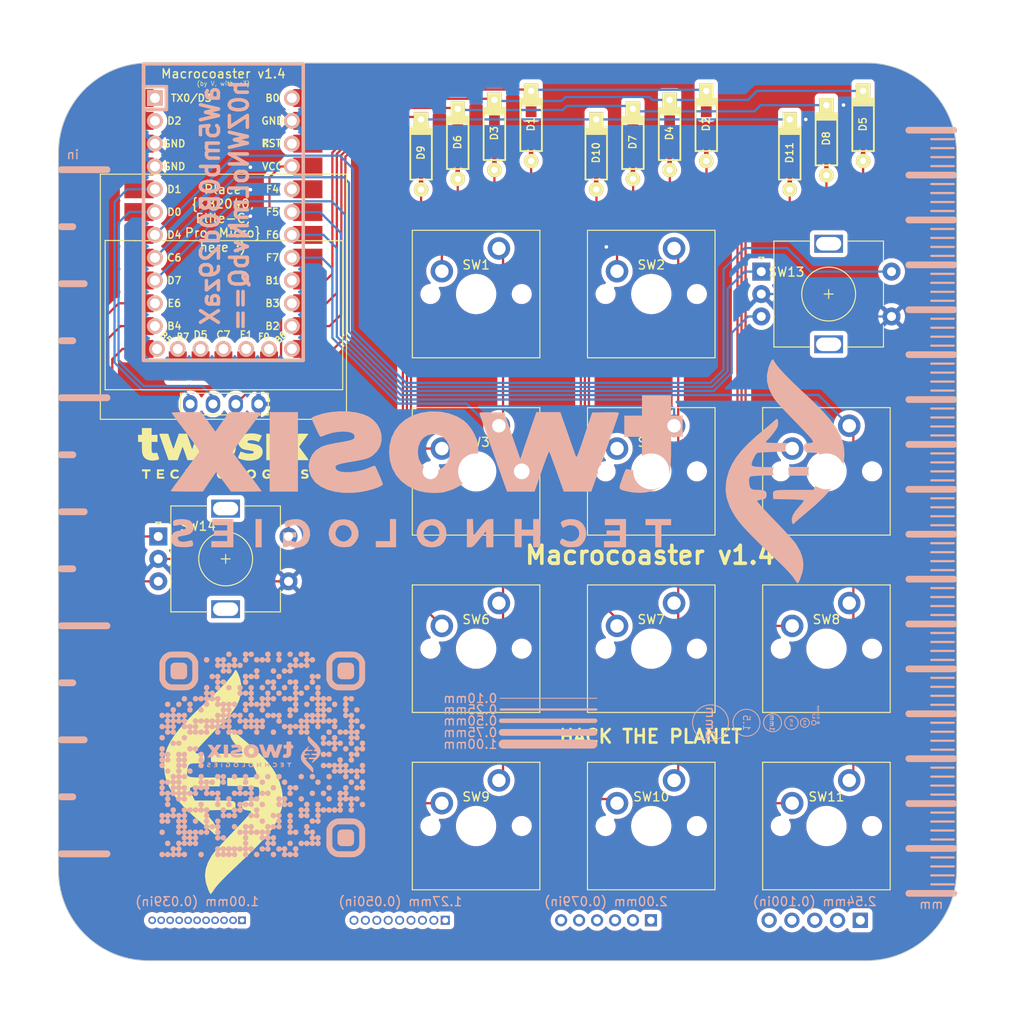
<source format=kicad_pcb>
(kicad_pcb (version 20240108) (generator "pcbnew") (generator_version "8.0")
  (layers (0 "F.Cu" signal) (31 "B.Cu" signal) (34 "B.Paste" user) (35 "F.Paste" user) (36 "B.SilkS" user "B.Silkscreen") (37 "F.SilkS" user "F.Silkscreen") (38 "B.Mask" user) (39 "F.Mask" user) (44 "Edge.Cuts" user))
  (net 0 "")
  (net 3 "Net-(D7-A)")
  (net 4 "Net-(D8-A)")
  (net 5 "Row 2")
  (net 6 "Rot 0")
  (net 7 "Rot 1")
  (net 15 "Net-(D1-A)")
  (net 16 "Row 0")
  (net 17 "Net-(D2-A)")
  (net 18 "Net-(D3-A)")
  (net 19 "Net-(D4-A)")
  (net 20 "Row 1")
  (net 21 "Net-(D5-A)")
  (net 22 "Net-(D6-A)")
  (net 23 "Col 0")
  (net 24 "Col 1")
  (net 25 "Col 2")
  (net 26 "GND")
  (net 27 "VCC")
  (net 28 "Net-(D10-A)")
  (net 29 "Net-(D11-A)")
  (net 30 "Rot But 0")
  (net 31 "Rot 2")
  (net 32 "Rot 3")
  (net 33 "Rot But 1")
  (net 35 "Row 3")
  (net 36 "SDA")
  (net 37 "SCL")
  (net 38 "Net-(D9-A)")
  (footprint "keyboard_parts.pretty-master:D_SOD123_axial" (layer "F.Cu") (at 136 50.6125 -90)
    (property "Reference" "D8")
    (property "Value" "D" (hide yes))
  )
  (footprint "keyboard_parts.pretty-master:D_SOD123_axial" (layer "F.Cu") (at 122.625 49.025 -90)
    (property "Reference" "D2")
    (property "Value" "D" (hide yes))
  )
  (footprint "ScottoKeebs_MX:MX_PCB_1.00u" (layer "F.Cu") (at 136 127)
    (property "Reference" "SW11")
    (property "Value" "Switch")
  )
  (footprint "keyboard_parts.pretty-master:D_SOD123_axial" (layer "F.Cu") (at 131.916667 52.2 -90)
    (property "Reference" "D11")
    (property "Value" "D" (hide yes))
  )
  (footprint "Keebio-Parts:Elite-C-castellated-29pin-holes" (layer "F.Cu") (at 68.87 59.89 -90)
    (property "Reference" "U1" (hide yes))
    (property "Value" "Elite-C" (hide yes))
  )
  (footprint "ScottoKeebs_MX:MX_PCB_1.00u" (layer "F.Cu") (at 116.5 87.5)
    (property "Reference" "SW4")
    (property "Value" "Switch")
  )
  (footprint "Keebio-Parts:RotaryEncoder_Alps_EC11E-Switch_Vertical_H20mm" (layer "F.Cu") (at 136.25 67.75)
    (property "Reference" "SW13")
    (property "Value" "RotaryEncoder_Switch")
  )
  (footprint "ScottoKeebs_MX:MX_PCB_1.00u" (layer "F.Cu") (at 136 87.5)
    (property "Reference" "SW5")
    (property "Value" "Switch")
  )
  (footprint "keyboard_parts.pretty-master:D_SOD123_axial" (layer "F.Cu") (at 103.125 49.025 -90)
    (property "Reference" "D1")
    (property "Value" "D" (hide yes))
  )
  (footprint "ScottoKeebs_MX:MX_PCB_1.00u" (layer "F.Cu") (at 136 107.25)
    (property "Reference" "SW8")
    (property "Value" "Switch")
  )
  (footprint "ScottoKeebs_MX:MX_PCB_1.00u" (layer "F.Cu") (at 116.5 67.75)
    (property "Reference" "SW2")
    (property "Value" "Switch")
  )
  (footprint "keyboard_parts.pretty-master:D_SOD123_axial" (layer "F.Cu") (at 114.458333 51.025 -90)
    (property "Reference" "D7")
    (property "Value" "D" (hide yes))
  )
  (footprint "ScottoKeebs_MX:MX_PCB_1.00u" (layer "F.Cu") (at 116.5 127)
    (property "Reference" "SW10")
    (property "Value" "Switch")
  )
  (footprint "ScottoKeebs_MX:MX_PCB_1.00u" (layer "F.Cu") (at 97 127)
    (property "Reference" "SW9")
    (property "Value" "Switch")
  )
  (footprint "keyboard_parts.pretty-master:D_SOD123_axial" (layer "F.Cu") (at 118.541666 50.025 -90)
    (property "Reference" "D4")
    (property "Value" "D" (hide yes))
  )
  (footprint "Keebio-Parts:RotaryEncoder_Alps_EC11E-Switch_Vertical_H20mm" (layer "F.Cu") (at 69.12 97.25)
    (property "Reference" "SW14")
    (property "Value" "RotaryEncoder_Switch")
  )
  (footprint "ScottoKeebs_MX:MX_PCB_1.00u" (layer "F.Cu") (at 116.5 107.25)
    (property "Reference" "SW7")
    (property "Value" "Switch")
  )
  (footprint "SSD1306:128x64OLED" (layer "F.Cu") (at 69.17 69.4 180)
    (property "Reference" "Brd1" (hide yes))
    (property "Value" "SSD1306")
  )
  (footprint "keyboard_parts.pretty-master:D_SOD123_axial" (layer "F.Cu") (at 140.083334 49.025 -90)
    (property "Reference" "D5")
    (property "Value" "D" (hide yes))
  )
  (footprint "keyboard_parts.pretty-master:D_SOD123_axial" (layer "F.Cu") (at 99.041666 50.025 -90)
    (property "Reference" "D3")
    (property "Value" "D" (hide yes))
  )
  (footprint "tst_logos_silkscreen:LOGO_pic_4x" (layer "F.Cu") (at 68.999906 121.319911)
    (property "Reference" "G***" (hide yes))
    (property "Value" "LOGO" (hide yes))
  )
  (footprint "keyboard_parts.pretty-master:D_SOD123_axial" (layer "F.Cu") (at 94.958333 51.025 -90)
    (property "Reference" "D6")
    (property "Value" "D" (hide yes))
  )
  (footprint "ScottoKeebs_MX:MX_PCB_1.00u" (layer "F.Cu") (at 97 107.25)
    (property "Reference" "SW6")
    (property "Value" "Switch")
  )
  (footprint "ScottoKeebs_MX:MX_PCB_1.00u" (layer "F.Cu") (at 97 87.5)
    (property "Reference" "SW3")
    (property "Value" "Switch")
  )
  (footprint "keyboard_parts.pretty-master:D_SOD123_axial" (layer "F.Cu") (at 90.875 52.2 -90)
    (property "Reference" "D9")
    (property "Value" "D" (hide yes))
  )
  (footprint "ScottoKeebs_MX:MX_PCB_1.00u" (layer "F.Cu") (at 97 67.75)
    (property "Reference" "SW1")
    (property "Value" "Switch")
  )
  (footprint "tst_logos_silkscreen:LOGO_noart" (layer "F.Cu") (at 68.150298 85.5)
    (property "Reference" "G***" (hide yes))
    (property "Value" "LOGO" (hide yes))
  )
  (footprint "keyboard_parts.pretty-master:D_SOD123_axial" (layer "F.Cu") (at 110.375 52.2 -90)
    (property "Reference" "D10")
    (property "Value" "D" (hide yes))
  )
  (footprint "LOGO" (layer "B.Cu") (at 73.2 119.022068 180)
    (property "Reference" "G***" (hide yes))
    (property "Value" "LOGO" (hide yes))
  )
  (footprint "Connector_PinHeader_1.27mm:PinHeader_1x11_P1.27mm_Vertical" (layer "B.Cu") (at 93.566666 137.5 90)
    (property "Reference" "REF**" (hide yes))
    (property "Value" "PinHeader_1x11_P1.27mm_Vertical" (hide yes))
  )
  (footprint "Connector_PinHeader_2.00mm:PinHeader_1x11_P2.00mm_Vertical" (layer "B.Cu") (at 116.468332 137.5 90)
    (property "Reference" "REF**" (hide yes))
    (property "Value" "PinHeader_1x11_P2.00mm_Vertical" (hide yes))
  )
  (footprint "rulers:ruler_mm" (layer "B.Cu") (at 150.175 49.5 180)
    (property "Reference" "REF**" (hide yes))
    (property "Value" "ruler_mm" (hide yes))
  )
  (footprint "Connector_PinHeader_2.54mm:PinHeader_1x23_P2.54mm_Vertical" (layer "B.Cu") (at 139.78 137.5 90)
    (property "Reference" "REF**" (hide yes))
    (property "Value" "PinHeader_1x23_P2.54mm_Vertical" (hide yes))
  )
  (footprint "Connector_PinHeader_1.00mm:PinHeader_1x20_P1.00mm_Vertical" (layer "B.Cu") (at 70.943332 137.5 90)
    (property "Reference" "REF**" (hide yes))
    (property "Value" "PinHeader_1x20_P1.00mm_Vertical" (hide yes))
  )
  (footprint "rulers:ruler_in" (layer "B.Cu") (at 50.831 130.1)
    (property "Reference" "REF**" (hide yes))
    (property "Value" "ruler_in" (hide yes))
  )
  (footprint "rulers:holes" (layer "B.Cu") (at 135.1 115.5 90)
    (property "Reference" "REF**" (hide yes))
    (property "Value" "holes" (hide yes))
  )
  (footprint "rulers:trace_widths" (layer "B.Cu") (at 110.45 112.875 180)
    (property "Reference" "REF**" (hide yes))
    (property "Value" "trace_widths" (hide yes))
  )
  (footprint "tst_logos_silkscreen:LOGO_3x" (layer "B.Cu") (at 100.501313 87.490487 180)
    (property "Reference" "G***" (hide yes))
    (property "Value" "LOGO" (hide yes))
  )
  (gr_arc (start 150.5 132) (mid 147.571068 139.071068) (end 140.5 142) (stroke (width 0.1)) (layer "Edge.Cuts"))
  (gr_line (start 140.5 142) (end 60.5 142) (stroke (width 0.1)) (layer "Edge.Cuts"))
  (gr_arc (start 50.5 52) (mid 53.428932 44.928932) (end 60.5 42) (stroke (width 0.1)) (layer "Edge.Cuts"))
  (gr_arc (start 60.5 142) (mid 53.428932 139.071068) (end 50.5 132) (stroke (width 0.1)) (layer "Edge.Cuts"))
  (gr_line (start 50.5 132) (end 50.5 52) (stroke (width 0.1)) (layer "Edge.Cuts"))
  (gr_arc (start 140.5 42) (mid 147.571068 44.928932) (end 150.5 52) (stroke (width 0.1)) (layer "Edge.Cuts"))
  (gr_line (start 150.5 52) (end 150.5 132) (stroke (width 0.1)) (layer "Edge.Cuts"))
  (gr_line (start 60.5 42) (end 140.5 42) (stroke (width 0.1)) (layer "Edge.Cuts"))
  (gr_text "2.00mm (0.079in)" (at 111.449998 136 0) (layer "B.SilkS") (effects (font (size 1 1)) (justify bottom mirror)))
  (gr_text "1.27mm (0.050in)" (at 88.568332 136 0) (layer "B.SilkS") (effects (font (size 1 1)) (justify bottom mirror)))
  (gr_text "aW5mb0B0d29zaX\nh0ZWNoLmNvbQ==" (at 71.8 57.9 90) (layer "B.SilkS") (effects (font (size 2 1.95) (thickness 0.39) (bold yes)) (justify bottom mirror)))
  (gr_text "1.00mm (0.039in)" (at 65.943332 136 0) (layer "B.SilkS") (effects (font (size 1 1)) (justify bottom mirror)))
  (gr_text "mm" (at 149.1 136.3 0) (layer "B.SilkS") (effects (font (size 1 1)) (justify left bottom mirror)))
  (gr_text "in" (at 52.9 52.8 0) (layer "B.SilkS") (effects (font (size 1 1)) (justify left bottom mirror)))
  (gr_text "2.54mm (0.100in)" (at 134.681666 136 0) (layer "B.SilkS") (effects (font (size 1 1)) (justify bottom mirror)))
  (gr_text "Place\n{KB2040,\nElite-C,\nPro-Micro}\nhere :)" (at 68.8 63.125 0) (layer "F.SilkS") (effects (font (size 1 1)) (justify bottom)))
  (gr_text "(by V, with <3)" (at 68.87 44.6 0) (layer "F.SilkS") (effects (font (size 0.5 0.5) (thickness 0.0625)) (justify bottom)))
  (gr_text "Macrocoaster v1.4" (at 102.242856 98 0) (layer "F.SilkS") (effects (font (size 2 2) (thickness 0.4) (bold yes)) (justify left bottom)))
  (gr_text "Macrocoaster v1.4" (at 68.87 43.8 0) (layer "F.SilkS") (effects (font (size 1 1)) (justify bottom)))
  (gr_text "HACK THE PLANET" (at 106.1 117.9 0) (layer "F.SilkS") (effects (font (size 1.5 1.5) (thickness 0.3) (bold yes)) (justify left bottom)))
  (segment (start 112.338604 60.55) (end 110.163604 60.55) (width 0.25) (layer "F.Cu") (net 3))
  (segment (start 114.483333 58.405271) (end 112.338604 60.55) (width 0.25) (layer "F.Cu") (net 3))
  (segment (start 110.163604 60.55) (end 109.11 61.603604) (width 0.25) (layer "F.Cu") (net 3))
  (segment (start 109.11 100.36) (end 109.11 61.603604) (width 0.25) (layer "F.Cu") (net 3))
  (segment (start 113 104.25) (end 109.11 100.36) (width 0.25) (layer "F.Cu") (net 3))
  (segment (start 114.483333 55.025) (end 114.483333 58.405271) (width 0.25) (layer "F.Cu") (net 3))
  (segment (start 134.45 59.55) (end 136 58) (width 0.25) (layer "F.Cu") (net 4))
  (segment (start 126.55 61.313604) (end 128.313604 59.55) (width 0.25) (layer "F.Cu") (net 4))
  (segment (start 132.19 104.71) (end 129.71 104.71) (width 0.25) (layer "F.Cu") (net 4))
  (segment (start 136 54.5125) (end 136 58) (width 0.25) (layer "F.Cu") (net 4))
  (segment (start 129.71 104.71) (end 126.55 101.55) (width 0.25) (layer "F.Cu") (net 4))
  (segment (start 128.313604 59.55) (end 134.45 59.55) (width 0.25) (layer "F.Cu") (net 4))
  (segment (start 126.55 101.55) (end 126.55 61.313604) (width 0.25) (layer "F.Cu") (net 4))
  (segment (start 82 70) (end 80.68 71.32) (width 0.25) (layer "F.Cu") (net 5))
  (segment (start 80.68 71.32) (end 78.268 71.32) (width 0.25) (layer "F.Cu") (net 5))
  (segment (start 87.272792 47) (end 82 52.272792) (width 0.25) (layer "F.Cu") (net 5))
  (segment (start 82 52.272792) (end 82 70) (width 0.25) (layer "F.Cu") (net 5))
  (segment (start 94.858333 47.025) (end 87.411396 47.025) (width 0.25) (layer "F.Cu") (net 5))
  (segment (start 94.958333 47.125) (end 94.858333 47.025) (width 0.25) (layer "F.Cu") (net 5))
  (segment (start 95.083333 47.25) (end 94.958333 47.125) (width 0.25) (layer "B.Cu") (net 5))
  (segment (start 136.138604 46.7125) (end 128.676104 46.7125) (width 0.25) (layer "B.Cu") (net 5))
  (segment (start 114.458333 47.125) (end 114.733333 47.4) (width 0.25) (layer "B.Cu") (net 5))
  (segment (start 106.65 47.25) (end 95.083333 47.25) (width 0.25) (layer "B.Cu") (net 5))
  (segment (start 114.733333 47.4) (end 127.988604 47.4) (width 0.25) (layer "B.Cu") (net 5))
  (segment (start 107.1 46.8) (end 106.65 47.25) (width 0.25) (layer "B.Cu") (net 5))
  (segment (start 114.133333 46.8) (end 107.1 46.8) (width 0.25) (layer "B.Cu") (net 5))
  (segment (start 114.458333 47.125) (end 114.133333 46.8) (width 0.25) (layer "B.Cu") (net 5))
  (segment (start 128.676104 46.7125) (end 127.988604 47.4) (width 0.25) (layer "B.Cu") (net 5))
  (segment (start 126.9 65.25) (end 125 67.15) (width 0.25) (layer "B.Cu") (net 6))
  (segment (start 70.2087 54.7413) (end 61.25 63.7) (width 0.25) (layer "B.Cu") (net 6))
  (segment (start 82.85 55.35) (end 82.2413 54.7413) (width 0.25) (layer "B.Cu") (net 6))
  (segment (start 128.75 65.25) (end 126.9 65.25) (width 0.25) (layer "B.Cu") (net 6))
  (segment (start 125 67.15) (end 125 76.363604) (width 0.25) (layer "B.Cu") (net 6))
  (segment (start 82.2413 54.7413) (end 70.2087 54.7413) (width 0.25) (layer "B.Cu") (net 6))
  (segment (start 125 76.363604) (end 123.263604 78.1) (width 0.25) (layer "B.Cu") (net 6))
  (segment (start 123.263604 78.1) (end 89.009188 78.1) (width 0.25) (layer "B.Cu") (net 6))
  (segment (start 89.009188 78.1) (end 82.85 71.940812) (width 0.25) (layer "B.Cu") (net 6))
  (segment (start 82.85 71.940812) (end 82.85 55.35) (width 0.25) (layer "B.Cu") (net 6))
  (segment (start 127.275 70.25) (end 125.45 72.075) (width 0.25) (layer "B.Cu") (net 7))
  (segment (start 123.45 78.55) (end 88.822792 78.55) (width 0.25) (layer "B.Cu") (net 7))
  (segment (start 82.4 72.127208) (end 82.4 58.9) (width 0.25) (layer "B.Cu") (net 7))
  (segment (start 128.75 70.25) (end 127.275 70.25) (width 0.25) (layer "B.Cu") (net 7))
  (segment (start 125.45 72.075) (end 125.45 76.55) (width 0.25) (layer "B.Cu") (net 7))
  (segment (start 70.0713 57.4187) (end 61.25 66.24) (width 0.25) (layer "B.Cu") (net 7))
  (segment (start 82.4 58.9) (end 80.9187 57.4187) (width 0.25) (layer "B.Cu") (net 7))
  (segment (start 80.9187 57.4187) (end 70.0713 57.4187) (width 0.25) (layer "B.Cu") (net 7))
  (segment (start 125.45 76.55) (end 123.45 78.55) (width 0.25) (layer "B.Cu") (net 7))
  (segment (start 88.822792 78.55) (end 82.4 72.127208) (width 0.25) (layer "B.Cu") (net 7))
  (segment (start 103.125 58.075) (end 100.7 60.5) (width 0.25) (layer "F.Cu") (net 15))
  (segment (start 93.19 61.81) (end 93.19 65.21) (width 0.25) (layer "F.Cu") (net 15))
  (segment (start 100.7 60.5) (end 94.4 60.5) (width 0.25) (layer "F.Cu") (net 15))
  (segment (start 94.4 60.5) (end 93.19 61.71) (width 0.25) (layer "F.Cu") (net 15))
  (segment (start 93.19 61.71) (end 93.19 61.81) (width 0.25) (layer "F.Cu") (net 15))
  (segment (start 103.125 52.925) (end 103.125 58.075) (width 0.25) (layer "F.Cu") (net 15))
  (segment (start 103.125 45.125) (end 102.975 44.975) (width 0.25) (layer "F.Cu") (net 16))
  (segment (start 81 65.5) (end 80.26 66.24) (width 0.25) (layer "F.Cu") (net 16))
  (segment (start 80.26 66.24) (end 78.268 66.24) (width 0.25) (layer "F.Cu") (net 16))
  (segment (start 88.025 44.975) (end 81 52) (width 0.25) (layer "F.Cu") (net 16))
  (segment (start 81 52) (end 81 65.5) (width 0.25) (layer "F.Cu") (net 16))
  (segment (start 102.975 44.975) (end 88.025 44.975) (width 0.25) (layer "F.Cu") (net 16))
  (segment (start 122.5 45) (end 103.25 45) (width 0.25) (layer "B.Cu") (net 16))
  (segment (start 103.25 45) (end 103.125 45.125) (width 0.25) (layer "B.Cu") (net 16))
  (segment (start 122.625 45.125) (end 122.5 45) (width 0.25) (layer "B.Cu") (net 16))
  (segment (start 120.225 60.6) (end 113.925 60.6) (width 0.25) (layer "F.Cu") (net 17))
  (segment (start 122.65 53.025) (end 122.65 58.175) (width 0.25) (layer "F.Cu") (net 17))
  (segment (start 112.69 61.835) (end 112.69 65.21) (width 0.25) (layer "F.Cu") (net 17))
  (segment (start 122.65 58.175) (end 120.225 60.6) (width 0.25) (layer "F.Cu") (net 17))
  (segment (start 113.925 60.6) (end 112.69 61.835) (width 0.25) (layer "F.Cu") (net 17))
  (segment (start 97.35 60.05) (end 93.95 60.05) (width 0.25) (layer "F.Cu") (net 18))
  (segment (start 99.041666 58.358334) (end 97.35 60.05) (width 0.25) (layer "F.Cu") (net 18))
  (segment (start 99.041666 53.925) (end 99.041666 58.358334) (width 0.25) (layer "F.Cu") (net 18))
  (segment (start 91.46 84.96) (end 89.75 83.25) (width 0.25) (layer "F.Cu") (net 18))
  (segment (start 93.19 84.96) (end 91.46 84.96) (width 0.25) (layer "F.Cu") (net 18))
  (segment (start 93.95 60.05) (end 93.1 60.9) (width 0.25) (layer "F.Cu") (net 18))
  (segment (start 91.1 60.9) (end 89.75 62.25) (width 0.25) (layer "F.Cu") (net 18))
  (segment (start 93.1 60.9) (end 91.1 60.9) (width 0.25) (layer "F.Cu") (net 18))
  (segment (start 89.75 83.25) (end 89.75 62.25) (width 0.25) (layer "F.Cu") (net 18))
  (segment (start 113 84.5) (end 111.27 84.5) (width 0.25) (layer "F.Cu") (net 19))
  (segment (start 109.56 82.79) (end 109.56 61.79) (width 0.25) (layer "F.Cu") (net 19))
  (segment (start 111.27 84.5) (end 109.56 82.79) (width 0.25) (layer "F.Cu") (net 19))
  (segment (start 113.475 60.15) (end 112.625 61) (width 0.25) (layer "F.Cu") (net 19))
  (segment (start 116.875 60.15) (end 113.475 60.15) (width 0.25) (layer "F.Cu") (net 19))
  (segment (start 118.566666 58.458334) (end 116.875 60.15) (width 0.25) (layer "F.Cu") (net 19))
  (segment (start 112.625 61) (end 110.35 61) (width 0.25) (layer "F.Cu") (net 19))
  (segment (start 118.566666 54.025) (end 118.566666 58.458334) (width 0.25) (layer "F.Cu") (net 19))
  (segment (start 110.35 61) (end 109.56 61.79) (width 0.25) (layer "F.Cu") (net 19))
  (segment (start 87.661396 45.975) (end 81.5 52.136396) (width 0.25) (layer "F.Cu") (net 20))
  (segment (start 98.916666 46) (end 87.8 46) (width 0.25) (layer "F.Cu") (net 20))
  (segment (start 99.041666 46.125) (end 98.916666 46) (width 0.25) (layer "F.Cu") (net 20))
  (segment (start 81.5 67.625) (end 80.345 68.78) (width 0.25) (layer "F.Cu") (net 20))
  (segment (start 81.5 52.136396) (end 81.5 67.625) (width 0.25) (layer "F.Cu") (net 20))
  (segment (start 80.345 68.78) (end 78.268 68.78) (width 0.25) (layer "F.Cu") (net 20))
  (segment (start 127.275 46.125) (end 123.875 46.125) (width 0.25) (layer "B.Cu") (net 20))
  (segment (start 99.166666 46.25) (end 106.5 46.25) (width 0.25) (layer "B.Cu") (net 20))
  (segment (start 121.625 46.25) (end 121.5 46.125) (width 0.25) (layer "B.Cu") (net 20))
  (segment (start 106.5 46.25) (end 106.95 45.8) (width 0.25) (layer "B.Cu") (net 20))
  (segment (start 106.95 45.8) (end 116.3 45.8) (width 0.25) (layer "B.Cu") (net 20))
  (segment (start 116.625 46.125) (end 118.541666 46.125) (width 0.25) (layer "B.Cu") (net 20))
  (segment (start 140.083334 45.125) (end 128.275 45.125) (width 0.25) (layer "B.Cu") (net 20))
  (segment (start 128.275 45.125) (end 127.275 46.125) (width 0.25) (layer "B.Cu") (net 20))
  (segment (start 116.3 45.8) (end 116.625 46.125) (width 0.25) (layer "B.Cu") (net 20))
  (segment (start 140.083334 45.125) (end 140.058334 45.1) (width 0.25) (layer "B.Cu") (net 20))
  (segment (start 123.75 46.25) (end 121.625 46.25) (width 0.25) (layer "B.Cu") (net 20))
  (segment (start 121.5 46.125) (end 118.541666 46.125) (width 0.25) (layer "B.Cu") (net 20))
  (segment (start 99.041666 46.125) (end 99.166666 46.25) (width 0.25) (layer "B.Cu") (net 20))
  (segment (start 123.875 46.125) (end 123.75 46.25) (width 0.25) (layer "B.Cu") (net 20))
  (segment (start 127 82) (end 127 61.5) (width 0.25) (layer "F.Cu") (net 21))
  (segment (start 132.19 84.96) (end 129.96 84.96) (width 0.25) (layer "F.Cu") (net 21))
  (segment (start 140.083334 52.925) (end 140.083334 56.416666) (width 0.25) (layer "F.Cu") (net 21))
  (segment (start 128.5 60) (end 136.5 60) (width 0.25) (layer "F.Cu") (net 21))
  (segment (start 127 61.5) (end 128.5 60) (width 0.25) (layer "F.Cu") (net 21))
  (segment (start 136.5 60) (end 140.083334 56.416666) (width 0.25) (layer "F.Cu") (net 21))
  (segment (start 129.96 84.96) (end 127 82) (width 0.25) (layer "F.Cu") (net 21))
  (segment (start 94.958333 58.305271) (end 92.813604 60.45) (width 0.25) (layer "F.Cu") (net 22))
  (segment (start 92.813604 60.45) (end 90.913604 60.45) (width 0.25) (layer "F.Cu") (net 22))
  (segment (start 90.913604 60.45) (end 89.3 62.063604) (width 0.25) (layer "F.Cu") (net 22))
  (segment (start 93.19 104.71) (end 89.3 100.82) (width 0.25) (layer "F.Cu") (net 22))
  (segment (start 89.3 62.063604) (end 89.3 100.82) (width 0.25) (layer "F.Cu") (net 22))
  (segment (start 94.958333 54.925) (end 94.958333 58.305271) (width 0.25) (layer "F.Cu") (net 22))
  (segment (start 100 63.13) (end 100 81.96) (width 0.25) (layer "F.Cu") (net 23))
  (segment (start 100 82.585) (end 100 101.415) (width 0.25) (layer "F.Cu") (net 23))
  (segment (start 100 102.67) (end 100 121.5) (width 0.25) (layer "F.Cu") (net 23))
  (segment (start 100.23 81.96) (end 99.77 82.42) (width 0.25) (layer "F.Cu") (net 23))
  (segment (start 99.54 62.67) (end 100 63.13) (width 0.25) (layer "F.Cu") (net 23))
  (segment (start 76.69 63.5) (end 76.49 63.7) (width 0.25) (layer "B.Cu") (net 23))
  (segment (start 95.95 79.95) (end 88.313604 79.95) (width 0.25) (layer "B.Cu") (net 23))
  (segment (start 99.54 82.42) (end 98.42 82.42) (width 0.25) (layer "B.Cu") (net 23))
  (segment (start 81 64.9) (end 79.8 63.7) (width 0.25) (layer "B.Cu") (net 23))
  (segment (start 88.313604 79.95) (end 81 72.636396) (width 0.25) (layer "B.Cu") (net 23))
  (segment (start 98.42 82.42) (end 95.95 79.95) (width 0.25) (layer "B.Cu") (net 23))
  (segment (start 81 72.636396) (end 81 64.9) (width 0.25) (layer "B.Cu") (net 23))
  (segment (start 79.8 63.7) (end 76.49 63.7) (width 0.25) (layer "B.Cu") (net 23))
  (segment (start 119.73 81.915) (end 119.27 82.375) (width 0.25) (layer "F.Cu") (net 24))
  (segment (start 119.5 102.625) (end 119.5 121.455) (width 0.25) (layer "F.Cu") (net 24))
  (segment (start 119.5 82.54) (end 119.5 101.37) (width 0.25) (layer "F.Cu") (net 24))
  (segment (start 119.5 63.085) (end 119.5 81.915) (width 0.25) (layer "F.Cu") (net 24))
  (segment (start 119.04 80.54) (end 118 79.5) (width 0.25) (layer "B.Cu") (net 24))
  (segment (start 81.5 62.65) (end 80.01 61.16) (width 0.25) (layer "B.Cu") (net 24))
  (segment (start 80.01 61.16) (end 76.49 61.16) (width 0.25) (layer "B.Cu") (net 24))
  (segment (start 119.04 82.42) (end 119.04 80.54) (width 0.25) (layer "B.Cu") (net 24))
  (segment (start 88.5 79.5) (end 81.5 72.5) (width 0.25) (layer "B.Cu") (net 24))
  (segment (start 81.5 72.5) (end 81.5 62.65) (width 0.25) (layer "B.Cu") (net 24))
  (segment (start 118 79.5) (end 88.5 79.5) (width 0.25) (layer "B.Cu") (net 24))
  (segment (start 139 82.63) (end 139 101.46) (width 0.25) (layer "F.Cu") (net 25))
  (segment (start 139 102.085) (end 139 120.915) (width 0.25) (layer "F.Cu") (net 25))
  (segment (start 139.23 101.46) (end 138.77 101.92) (width 0.25) (layer "F.Cu") (net 25))
  (segment (start 76.49 58.62) (end 79.62 58.62) (width 0.25) (layer "B.Cu") (net 25))
  (segment (start 81.95 72.313604) (end 88.636396 79) (width 0.25) (layer "B.Cu") (net 25))
  (segment (start 135.12 79) (end 138.54 82.42) (width 0.25) (layer "B.Cu") (net 25))
  (segment (start 81.95 60.95) (end 81.95 72.313604) (width 0.25) (layer "B.Cu") (net 25))
  (segment (start 79.62 58.62) (end 81.95 60.95) (width 0.25) (layer "B.Cu") (net 25))
  (segment (start 88.636396 79) (end 135.12 79) (width 0.25) (layer "B.Cu") (net 25))
  (segment (start 61.62 97.25) (end 67.75 97.25) (width 0.25) (layer "F.Cu") (net 26))
  (segment (start 80.5 83) (end 77.5 80) (width 0.25) (layer "F.Cu") (net 26))
  (segment (start 67.75 97.25) (end 70.25 99.75) (width 0.25) (layer "F.Cu") (net 26))
  (segment (start 77.5 80) (end 72.79 80) (width 0.25) (layer "F.Cu") (net 26))
  (segment (start 76.12 99.75) (end 80.5 95.37) (width 0.25) (layer "F.Cu") (net 26))
  (segment (start 80.5 95.37) (end 80.5 83) (width 0.25) (layer "F.Cu") (net 26))
  (segment (start 70.25 99.75) (end 76.12 99.75) (width 0.25) (layer "F.Cu") (net 26))
  (via blind (at 133.7 48.3) (size 0.8) (drill 0.4) (layers "F.Cu" "B.Cu") (net 26))
  (via blind (at 71.875 59.075) (size 0.8) (drill 0.4) (layers "F.Cu" "B.Cu") (net 26))
  (via blind (at 111.5 62.5) (size 0.8) (drill 0.4) (layers "F.Cu" "B.Cu") (net 26))
  (via blind (at 71.875 56.125) (size 0.8) (drill 0.4) (layers "F.Cu" "B.Cu") (net 26))
  (via blind (at 71.875 53.625) (size 0.8) (drill 0.4) (layers "F.Cu" "B.Cu") (net 26))
  (via blind (at 137.9 46.7) (size 0.8) (drill 0.4) (layers "F.Cu" "B.Cu") (net 26))
  (segment (start 138.5 70.25) (end 143.25 70.25) (width 0.25) (layer "B.Cu") (net 26))
  (segment (start 128.75 67.75) (end 136 67.75) (width 0.25) (layer "B.Cu") (net 26))
  (segment (start 136 67.75) (end 138.5 70.25) (width 0.25) (layer "B.Cu") (net 26))
  (segment (start 74 69) (end 75.2887 70.2887) (width 0.25) (layer "F.Cu") (net 27))
  (segment (start 71.75 78.5) (end 70.25 80) (width 0.25) (layer "F.Cu") (net 27))
  (segment (start 74.49 78.5) (end 71.75 78.5) (width 0.25) (layer "F.Cu") (net 27))
  (segment (start 74 54.765) (end 74 69) (width 0.25) (layer "F.Cu") (net 27))
  (segment (start 75.2887 70.2887) (end 75.2887 77.7013) (width 0.25) (layer "F.Cu") (net 27))
  (segment (start 76.49 53.54) (end 75.225 53.54) (width 0.25) (layer "F.Cu") (net 27))
  (segment (start 75.2887 77.7013) (end 74.49 78.5) (width 0.25) (layer "F.Cu") (net 27))
  (segment (start 75.225 53.54) (end 74 54.765) (width 0.25) (layer "F.Cu") (net 27))
  (segment (start 110.5 124) (end 108.66 122.16) (width 0.25) (layer "F.Cu") (net 28))
  (segment (start 113 124) (end 110.5 124) (width 0.25) (layer "F.Cu") (net 28))
  (segment (start 110.4 59.677208) (end 110.4 56.2) (width 0.25) (layer "F.Cu") (net 28))
  (segment (start 108.66 122.16) (end 108.66 61.417208) (width 0.25) (layer "F.Cu") (net 28))
  (segment (start 108.66 61.417208) (end 110.4 59.677208) (width 0.25) (layer "F.Cu") (net 28))
  (segment (start 131.916667 58.583333) (end 131.4 59.1) (width 0.25) (layer "F.Cu") (net 29))
  (segment (start 128.127208 59.1) (end 126.1 61.127208) (width 0.25) (layer "F.Cu") (net 29))
  (segment (start 126.1 61.127208) (end 126.1 122.1) (width 0.25) (layer "F.Cu") (net 29))
  (segment (start 131.4 59.1) (end 128.127208 59.1) (width 0.25) (layer "F.Cu") (net 29))
  (segment (start 126.1 122.1) (end 128.46 124.46) (width 0.25) (layer "F.Cu") (net 29))
  (segment (start 128.46 124.46) (end 132.19 124.46) (width 0.25) (layer "F.Cu") (net 29))
  (segment (start 131.916667 56.1) (end 131.916667 58.583333) (width 0.25) (layer "F.Cu") (net 29))
  (segment (start 83.3 71.754416) (end 83.3 53.8) (width 0.25) (layer "B.Cu") (net 30))
  (segment (start 70.0713 52.3387) (end 61.25 61.16) (width 0.25) (layer "B.Cu") (net 30))
  (segment (start 126.9 62.625) (end 124.55 64.975) (width 0.25) (layer "B.Cu") (net 30))
  (segment (start 124.55 76.177208) (end 123.077208 77.65) (width 0.25) (layer "B.Cu") (net 30))
  (segment (start 83.3 53.8) (end 81.8387 52.3387) (width 0.25) (layer "B.Cu") (net 30))
  (segment (start 124.55 64.975) (end 124.55 76.177208) (width 0.25) (layer "B.Cu") (net 30))
  (segment (start 131.625 62.625) (end 126.9 62.625) (width 0.25) (layer "B.Cu") (net 30))
  (segment (start 123.077208 77.65) (end 89.195584 77.65) (width 0.25) (layer "B.Cu") (net 30))
  (segment (start 134.25 65.25) (end 131.625 62.625) (width 0.25) (layer "B.Cu") (net 30))
  (segment (start 89.195584 77.65) (end 83.3 71.754416) (width 0.25) (layer "B.Cu") (net 30))
  (segment (start 143.25 65.25) (end 134.25 65.25) (width 0.25) (layer "B.Cu") (net 30))
  (segment (start 81.8387 52.3387) (end 70.0713 52.3387) (width 0.25) (layer "B.Cu") (net 30))
  (segment (start 56.05 72.7) (end 57.43 71.32) (width 0.25) (layer "F.Cu") (net 31))
  (segment (start 58.25 94.75) (end 56.05 92.55) (width 0.25) (layer "F.Cu") (net 31))
  (segment (start 57.43 71.32) (end 59.472 71.32) (width 0.25) (layer "F.Cu") (net 31))
  (segment (start 61.62 94.75) (end 58.25 94.75) (width 0.25) (layer "F.Cu") (net 31))
  (segment (start 56.05 92.55) (end 56.05 72.7) (width 0.25) (layer "F.Cu") (net 31))
  (segment (start 55.6 70.4) (end 57.22 68.78) (width 0.25) (layer "F.Cu") (net 32))
  (segment (start 61.62 99.75) (end 58.25 99.75) (width 0.25) (layer "F.Cu") (net 32))
  (segment (start 55.6 97.1) (end 55.6 70.4) (width 0.25) (layer "F.Cu") (net 32))
  (segment (start 57.22 68.78) (end 59.472 68.78) (width 0.25) (layer "F.Cu") (net 32))
  (segment (start 58.25 99.75) (end 55.6 97.1) (width 0.25) (layer "F.Cu") (net 32))
  (segment (start 58.5 89.5) (end 56.5 87.5) (width 0.25) (layer "F.Cu") (net 33))
  (segment (start 57.64 73.86) (end 59.472 73.86) (width 0.25) (layer "F.Cu") (net 33))
  (segment (start 56.5 75) (end 57.64 73.86) (width 0.25) (layer "F.Cu") (net 33))
  (segment (start 76.12 91.12) (end 74.5 89.5) (width 0.25) (layer "F.Cu") (net 33))
  (segment (start 76.12 94.75) (end 76.12 91.12) (width 0.25) (layer "F.Cu") (net 33))
  (segment (start 56.5 87.5) (end 56.5 75) (width 0.25) (layer "F.Cu") (net 33))
  (segment (start 74.5 89.5) (end 58.5 89.5) (width 0.25) (layer "F.Cu") (net 33))
  (segment (start 90.6 48.025) (end 87.047792 48.025) (width 0.25) (layer "F.Cu") (net 35))
  (segment (start 82.45 52.459188) (end 82.45 72.55) (width 0.25) (layer "F.Cu") (net 35))
  (segment (start 86.909188 48) (end 82.45 52.459188) (width 0.25) (layer "F.Cu") (net 35))
  (segment (start 90.875 48.3) (end 90.6 48.025) (width 0.25) (layer "F.Cu") (net 35))
  (segment (start 81.14 73.86) (end 78.268 73.86) (width 0.25) (layer "F.Cu") (net 35))
  (segment (start 82.45 72.55) (end 81.14 73.86) (width 0.25) (layer "F.Cu") (net 35))
  (segment (start 132.055271 48.3) (end 131.916667 48.3) (width 0.25) (layer "B.Cu") (net 35))
  (segment (start 131.916667 48.3) (end 90.875 48.3) (width 0.25) (layer "B.Cu") (net 35))
  (segment (start 56.75 57.5) (end 58.17 56.08) (width 0.25) (layer "B.Cu") (net 36))
  (segment (start 59.813604 78.45) (end 56.75 75.386396) (width 0.25) (layer "B.Cu") (net 36))
  (segment (start 56.75 75.386396) (end 56.75 57.5) (width 0.25) (layer "B.Cu") (net 36))
  (segment (start 58.17 56.08) (end 61.25 56.08) (width 0.25) (layer "B.Cu") (net 36))
  (segment (start 64.45 78.45) (end 59.813604 78.45) (width 0.25) (layer "B.Cu") (net 36))
  (segment (start 65.17 80) (end 65.17 79.17) (width 0.25) (layer "B.Cu") (net 36))
  (segment (start 65.17 79.17) (end 64.45 78.45) (width 0.25) (layer "B.Cu") (net 36))
  (segment (start 57.2 59.8) (end 58.4 58.6) (width 0.25) (layer "B.Cu") (net 37))
  (segment (start 67.71 79.21) (end 66.5 78) (width 0.25) (layer "B.Cu") (net 37))
  (segment (start 67.71 80) (end 67.71 79.21) (width 0.25) (layer "B.Cu") (net 37))
  (segment (start 60 78) (end 57.2 75.2) (width 0.25) (layer "B.Cu") (net 37))
  (segment (start 66.5 78) (end 60 78) (width 0.25) (layer "B.Cu") (net 37))
  (segment (start 57.2 75.2) (end 57.2 59.8) (width 0.25) (layer "B.Cu") (net 37))
  (segment (start 58.4 58.6) (end 61.23 58.6) (width 0.25) (layer "B.Cu") (net 37))
  (segment (start 61.23 58.6) (end 61.25 58.62) (width 0.25) (layer "B.Cu") (net 37))
  (segment (start 88.85 61.85) (end 88.85 122.35) (width 0.25) (layer "F.Cu") (net 38))
  (segment (start 90.875 59.825) (end 88.85 61.85) (width 0.25) (layer "F.Cu") (net 38))
  (segment (start 90.96 124.46) (end 88.85 122.35) (width 0.25) (layer "F.Cu") (net 38))
  (segment (start 90.875 56.1) (end 90.875 59.825) (width 0.25) (layer "F.Cu") (net 38))
  (segment (start 93.19 124.46) (end 90.96 124.46) (width 0.25) (layer "F.Cu") (net 38))
  (zone (net 26) (net_name "GND") (layers "F&B.Cu") (connect_pads (clearance 0.5)) (min_thickness 0.25) (fill yes (thermal_gap 0.5) (thermal_bridge_width 0.5))
    (polygon (pts (xy 150 35) (xy 158 43) (xy 158 137) (xy 146.5 148.5) (xy 56 148.5) (xy 44 136.5) (xy 44 45.5) (xy 54.5 35) (xy 66 35)))
  )
)
</source>
